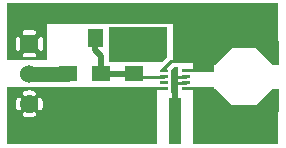
<source format=gbr>
G04 start of page 2 for group 0 idx 0 *
G04 Title: (unknown), component *
G04 Creator: pcb 20110918 *
G04 CreationDate: Sun 03 Feb 2013 01:26:42 AM GMT UTC *
G04 For: petersen *
G04 Format: Gerber/RS-274X *
G04 PCB-Dimensions: 100000 50000 *
G04 PCB-Coordinate-Origin: lower left *
%MOIN*%
%FSLAX25Y25*%
%LNTOP*%
%ADD22C,0.0380*%
%ADD21C,0.0400*%
%ADD20R,0.0142X0.0142*%
%ADD19R,0.0240X0.0240*%
%ADD18R,0.0098X0.0098*%
%ADD17R,0.0230X0.0230*%
%ADD16R,0.0512X0.0512*%
%ADD15C,0.0600*%
%ADD14C,0.0100*%
%ADD13C,0.0200*%
%ADD12C,0.0500*%
%ADD11C,0.0001*%
G54D11*G36*
X36500Y40500D02*X56000D01*
Y30500D01*
X54500Y29000D01*
X36500D01*
Y40500D01*
G37*
G36*
X13500Y48500D02*X71500D01*
Y41500D01*
X13500D01*
Y48500D01*
G37*
G36*
X13613Y20500D02*X18000D01*
Y1500D01*
X13613D01*
Y12853D01*
X13656Y12860D01*
X13768Y12897D01*
X13873Y12952D01*
X13968Y13022D01*
X14051Y13106D01*
X14119Y13202D01*
X14170Y13308D01*
X14318Y13716D01*
X14422Y14137D01*
X14484Y14567D01*
X14505Y15000D01*
X14484Y15433D01*
X14422Y15863D01*
X14318Y16284D01*
X14175Y16694D01*
X14122Y16800D01*
X14053Y16896D01*
X13970Y16981D01*
X13875Y17051D01*
X13769Y17106D01*
X13657Y17143D01*
X13613Y17151D01*
Y20500D01*
G37*
G36*
X10002Y20495D02*X10108Y20500D01*
X13613D01*
Y17151D01*
X13540Y17163D01*
X13421Y17164D01*
X13304Y17146D01*
X13191Y17110D01*
X13085Y17057D01*
X12988Y16988D01*
X12904Y16905D01*
X12833Y16809D01*
X12779Y16704D01*
X12741Y16592D01*
X12722Y16475D01*
X12721Y16356D01*
X12739Y16239D01*
X12777Y16126D01*
X12876Y15855D01*
X12944Y15575D01*
X12986Y15289D01*
X13000Y15000D01*
X12986Y14711D01*
X12944Y14425D01*
X12876Y14145D01*
X12780Y13872D01*
X12742Y13761D01*
X12725Y13644D01*
X12725Y13526D01*
X12745Y13409D01*
X12782Y13297D01*
X12836Y13193D01*
X12906Y13098D01*
X12991Y13015D01*
X13087Y12946D01*
X13192Y12893D01*
X13305Y12857D01*
X13421Y12840D01*
X13539Y12841D01*
X13613Y12853D01*
Y1500D01*
X10002D01*
Y10495D01*
X10433Y10516D01*
X10863Y10578D01*
X11284Y10682D01*
X11694Y10825D01*
X11800Y10878D01*
X11896Y10947D01*
X11981Y11030D01*
X12051Y11125D01*
X12106Y11231D01*
X12143Y11343D01*
X12163Y11460D01*
X12164Y11579D01*
X12146Y11696D01*
X12110Y11809D01*
X12057Y11915D01*
X11988Y12012D01*
X11905Y12096D01*
X11809Y12167D01*
X11704Y12221D01*
X11592Y12259D01*
X11475Y12278D01*
X11356Y12279D01*
X11239Y12261D01*
X11126Y12223D01*
X10855Y12124D01*
X10575Y12056D01*
X10289Y12014D01*
X10002Y12000D01*
Y18000D01*
X10289Y17986D01*
X10575Y17944D01*
X10855Y17876D01*
X11128Y17780D01*
X11239Y17742D01*
X11356Y17725D01*
X11474Y17725D01*
X11591Y17745D01*
X11703Y17782D01*
X11807Y17836D01*
X11902Y17906D01*
X11985Y17991D01*
X12054Y18087D01*
X12107Y18192D01*
X12143Y18305D01*
X12160Y18421D01*
X12159Y18539D01*
X12140Y18656D01*
X12103Y18768D01*
X12048Y18873D01*
X11978Y18968D01*
X11894Y19051D01*
X11798Y19119D01*
X11692Y19170D01*
X11284Y19318D01*
X10863Y19422D01*
X10433Y19484D01*
X10002Y19505D01*
Y20495D01*
G37*
G36*
X6387Y20500D02*X9892D01*
X10000Y20495D01*
X10002Y20495D01*
Y19505D01*
X10000Y19505D01*
X9567Y19484D01*
X9137Y19422D01*
X8716Y19318D01*
X8306Y19175D01*
X8200Y19122D01*
X8104Y19053D01*
X8019Y18970D01*
X7949Y18875D01*
X7894Y18769D01*
X7857Y18657D01*
X7837Y18540D01*
X7836Y18421D01*
X7854Y18304D01*
X7890Y18191D01*
X7943Y18085D01*
X8012Y17988D01*
X8095Y17904D01*
X8191Y17833D01*
X8296Y17779D01*
X8408Y17741D01*
X8525Y17722D01*
X8644Y17721D01*
X8761Y17739D01*
X8874Y17777D01*
X9145Y17876D01*
X9425Y17944D01*
X9711Y17986D01*
X10000Y18000D01*
X10002Y18000D01*
Y12000D01*
X10000Y12000D01*
X9711Y12014D01*
X9425Y12056D01*
X9145Y12124D01*
X8872Y12220D01*
X8761Y12258D01*
X8644Y12275D01*
X8526Y12275D01*
X8409Y12255D01*
X8297Y12218D01*
X8193Y12164D01*
X8098Y12094D01*
X8015Y12009D01*
X7946Y11913D01*
X7893Y11808D01*
X7857Y11695D01*
X7840Y11579D01*
X7841Y11461D01*
X7860Y11344D01*
X7897Y11232D01*
X7952Y11127D01*
X8022Y11032D01*
X8106Y10949D01*
X8202Y10881D01*
X8308Y10830D01*
X8716Y10682D01*
X9137Y10578D01*
X9567Y10516D01*
X10000Y10495D01*
X10002Y10495D01*
Y1500D01*
X6387D01*
Y12849D01*
X6460Y12837D01*
X6579Y12836D01*
X6696Y12854D01*
X6809Y12890D01*
X6915Y12943D01*
X7012Y13012D01*
X7096Y13095D01*
X7167Y13191D01*
X7221Y13296D01*
X7259Y13408D01*
X7278Y13525D01*
X7279Y13644D01*
X7261Y13761D01*
X7223Y13874D01*
X7124Y14145D01*
X7056Y14425D01*
X7014Y14711D01*
X7000Y15000D01*
X7014Y15289D01*
X7056Y15575D01*
X7124Y15855D01*
X7220Y16128D01*
X7258Y16239D01*
X7275Y16356D01*
X7275Y16474D01*
X7255Y16591D01*
X7218Y16703D01*
X7164Y16807D01*
X7094Y16902D01*
X7009Y16985D01*
X6913Y17054D01*
X6808Y17107D01*
X6695Y17143D01*
X6579Y17160D01*
X6461Y17159D01*
X6387Y17147D01*
Y20500D01*
G37*
G36*
X2500D02*X6387D01*
Y17147D01*
X6344Y17140D01*
X6232Y17103D01*
X6127Y17048D01*
X6032Y16978D01*
X5949Y16894D01*
X5881Y16798D01*
X5830Y16692D01*
X5682Y16284D01*
X5578Y15863D01*
X5516Y15433D01*
X5495Y15000D01*
X5516Y14567D01*
X5578Y14137D01*
X5682Y13716D01*
X5825Y13306D01*
X5878Y13200D01*
X5947Y13104D01*
X6030Y13019D01*
X6125Y12949D01*
X6231Y12894D01*
X6343Y12857D01*
X6387Y12849D01*
Y1500D01*
X2500D01*
Y20500D01*
G37*
G36*
X13750Y48500D02*X16000D01*
Y29500D01*
X13750D01*
Y32748D01*
X13868Y32757D01*
X13982Y32785D01*
X14092Y32830D01*
X14192Y32891D01*
X14282Y32968D01*
X14359Y33058D01*
X14420Y33158D01*
X14465Y33268D01*
X14493Y33382D01*
X14500Y33500D01*
Y36500D01*
X14493Y36618D01*
X14465Y36732D01*
X14420Y36842D01*
X14359Y36942D01*
X14282Y37032D01*
X14192Y37109D01*
X14092Y37170D01*
X13982Y37215D01*
X13868Y37243D01*
X13750Y37252D01*
Y48500D01*
G37*
G36*
X10000D02*X13750D01*
Y37252D01*
X13632Y37243D01*
X13518Y37215D01*
X13408Y37170D01*
X13308Y37109D01*
X13218Y37032D01*
X13141Y36942D01*
X13080Y36842D01*
X13035Y36732D01*
X13007Y36618D01*
X13000Y36500D01*
Y33500D01*
X13007Y33382D01*
X13035Y33268D01*
X13080Y33158D01*
X13141Y33058D01*
X13218Y32968D01*
X13308Y32891D01*
X13408Y32830D01*
X13518Y32785D01*
X13632Y32757D01*
X13750Y32748D01*
Y29500D01*
X10108D01*
X10000Y29505D01*
Y30500D01*
X11500D01*
X11618Y30507D01*
X11732Y30535D01*
X11842Y30580D01*
X11942Y30641D01*
X12032Y30718D01*
X12109Y30808D01*
X12170Y30908D01*
X12215Y31018D01*
X12243Y31132D01*
X12252Y31250D01*
X12243Y31368D01*
X12215Y31482D01*
X12170Y31592D01*
X12109Y31692D01*
X12032Y31782D01*
X11942Y31859D01*
X11842Y31920D01*
X11732Y31965D01*
X11618Y31993D01*
X11500Y32000D01*
X10000D01*
Y38000D01*
X11500D01*
X11618Y38007D01*
X11732Y38035D01*
X11842Y38080D01*
X11942Y38141D01*
X12032Y38218D01*
X12109Y38308D01*
X12170Y38408D01*
X12215Y38518D01*
X12243Y38632D01*
X12252Y38750D01*
X12243Y38868D01*
X12215Y38982D01*
X12170Y39092D01*
X12109Y39192D01*
X12032Y39282D01*
X11942Y39359D01*
X11842Y39420D01*
X11732Y39465D01*
X11618Y39493D01*
X11500Y39500D01*
X10000D01*
Y48500D01*
G37*
G36*
X6250D02*X10000D01*
Y39500D01*
X8500D01*
X8382Y39493D01*
X8268Y39465D01*
X8158Y39420D01*
X8058Y39359D01*
X7968Y39282D01*
X7891Y39192D01*
X7830Y39092D01*
X7785Y38982D01*
X7757Y38868D01*
X7748Y38750D01*
X7757Y38632D01*
X7785Y38518D01*
X7830Y38408D01*
X7891Y38308D01*
X7968Y38218D01*
X8058Y38141D01*
X8158Y38080D01*
X8268Y38035D01*
X8382Y38007D01*
X8500Y38000D01*
X10000D01*
Y32000D01*
X8500D01*
X8382Y31993D01*
X8268Y31965D01*
X8158Y31920D01*
X8058Y31859D01*
X7968Y31782D01*
X7891Y31692D01*
X7830Y31592D01*
X7785Y31482D01*
X7757Y31368D01*
X7748Y31250D01*
X7757Y31132D01*
X7785Y31018D01*
X7830Y30908D01*
X7891Y30808D01*
X7968Y30718D01*
X8058Y30641D01*
X8158Y30580D01*
X8268Y30535D01*
X8382Y30507D01*
X8500Y30500D01*
X10000D01*
Y29505D01*
X10000D01*
X9892Y29500D01*
X6250D01*
Y32748D01*
X6368Y32757D01*
X6482Y32785D01*
X6592Y32830D01*
X6692Y32891D01*
X6782Y32968D01*
X6859Y33058D01*
X6920Y33158D01*
X6965Y33268D01*
X6993Y33382D01*
X7000Y33500D01*
Y36500D01*
X6993Y36618D01*
X6965Y36732D01*
X6920Y36842D01*
X6859Y36942D01*
X6782Y37032D01*
X6692Y37109D01*
X6592Y37170D01*
X6482Y37215D01*
X6368Y37243D01*
X6250Y37252D01*
Y48500D01*
G37*
G36*
X2500Y29500D02*Y48500D01*
X6250D01*
Y37252D01*
X6132Y37243D01*
X6018Y37215D01*
X5908Y37170D01*
X5808Y37109D01*
X5718Y37032D01*
X5641Y36942D01*
X5580Y36842D01*
X5535Y36732D01*
X5507Y36618D01*
X5500Y36500D01*
Y33500D01*
X5507Y33382D01*
X5535Y33268D01*
X5580Y33158D01*
X5641Y33058D01*
X5718Y32968D01*
X5808Y32891D01*
X5908Y32830D01*
X6018Y32785D01*
X6132Y32757D01*
X6250Y32748D01*
Y29500D01*
X2500D01*
G37*
G36*
X70000Y1500D02*Y13500D01*
X93000D01*
Y1500D01*
X70000D01*
G37*
G36*
X70500Y48500D02*X93000D01*
Y35000D01*
X70500D01*
Y48500D01*
G37*
G36*
X57500Y20000D02*X59500D01*
Y16000D01*
X57500D01*
Y20000D01*
G37*
G36*
X56500Y1500D02*Y17000D01*
X60500D01*
Y1500D01*
X56500D01*
G37*
G36*
X58000Y48000D02*X71500D01*
Y28500D01*
X58000D01*
Y48000D01*
G37*
G36*
X61000Y25500D02*Y26500D01*
X64500D01*
Y28500D01*
X61000D01*
Y30500D01*
X71500D01*
Y25500D01*
X61000D01*
G37*
G36*
X59000Y29500D02*Y28500D01*
X57500D01*
X56000Y27000D01*
Y25500D01*
X54000D01*
Y26500D01*
X57000Y29500D01*
X59000D01*
G37*
G36*
X61500Y20500D02*X71500D01*
Y1500D01*
X64500D01*
Y19500D01*
X61500D01*
Y20500D01*
G37*
G36*
X16500Y1500D02*Y20500D01*
X55500D01*
Y19500D01*
X52500D01*
Y1500D01*
X16500D01*
G37*
G54D12*X10000Y25000D02*X22500D01*
G54D13*X34000Y26586D02*Y31000D01*
X32000Y33000D01*
G54D14*X54858Y24019D02*X46067D01*
X45000Y25086D01*
X45086Y26500D02*X45000Y26586D01*
G54D13*Y25000D02*X34000D01*
X32000Y33000D02*Y37000D01*
G54D14*X31957Y37043D01*
X62142Y24019D02*X58500D01*
X62142Y22051D02*X58500D01*
G54D11*G36*
X7000Y38000D02*Y32000D01*
X13000D01*
Y38000D01*
X7000D01*
G37*
G54D15*X10000Y25000D03*
Y15000D03*
G54D16*X60543Y37436D02*Y36650D01*
X53457Y37436D02*Y36650D01*
G54D17*X70800Y34743D02*X92200D01*
X70800D02*Y29143D01*
X92200Y34743D02*Y29143D01*
G54D11*G36*
X69829Y30120D02*X75423Y35714D01*
X77544Y33593D01*
X71950Y27999D01*
X69829Y30120D01*
G37*
G36*
X69950Y35593D02*Y31593D01*
X73950D01*
Y35593D01*
X69950D01*
G37*
G36*
X87577Y35714D02*X93171Y30120D01*
X91050Y27999D01*
X85456Y33593D01*
X87577Y35714D01*
G37*
G36*
X89050Y35593D02*Y31593D01*
X93050D01*
Y35593D01*
X89050D01*
G37*
G54D16*X39043Y37436D02*Y36650D01*
X31957Y37436D02*Y36650D01*
X22607Y25086D02*X23393D01*
X33607D02*X34393D01*
X44607D02*X45393D01*
G54D18*X53972Y20082D02*X55744D01*
X61256Y22051D02*X63028D01*
X61256Y24019D02*X63028D01*
X53972Y25988D02*X55744D01*
X53972Y24019D02*X55744D01*
X53972Y22051D02*X55744D01*
X61256Y25988D02*X63028D01*
G54D19*X58500Y25181D02*Y19905D01*
G54D20*X58992Y26657D02*Y19413D01*
G54D11*G36*
X58283Y27365D02*X59367Y26281D01*
X58383Y25297D01*
X57299Y26381D01*
X58283Y27365D01*
G37*
G54D18*X61256Y20082D02*X63028D01*
G54D17*X70800Y18943D02*Y13343D01*
G54D11*G36*
X71950Y20087D02*X77544Y14493D01*
X75423Y12372D01*
X69829Y17966D01*
X71950Y20087D01*
G37*
G36*
X69950Y16493D02*Y12493D01*
X73950D01*
Y16493D01*
X69950D01*
G37*
G54D17*X70800Y13343D02*X92200D01*
Y18943D02*Y13343D01*
G54D11*G36*
X85456Y14493D02*X91050Y20087D01*
X93171Y17966D01*
X87577Y12372D01*
X85456Y14493D01*
G37*
G36*
X89050Y16493D02*Y12493D01*
X93050D01*
Y16493D01*
X89050D01*
G37*
G54D16*X22607Y18000D02*X23393D01*
X33607D02*X34393D01*
X44607D02*X45393D01*
G54D21*X58500Y14500D03*
Y10000D03*
Y5500D03*
X44000Y31500D03*
X53000D03*
X39500D03*
X48500D03*
G54D13*G54D22*M02*

</source>
